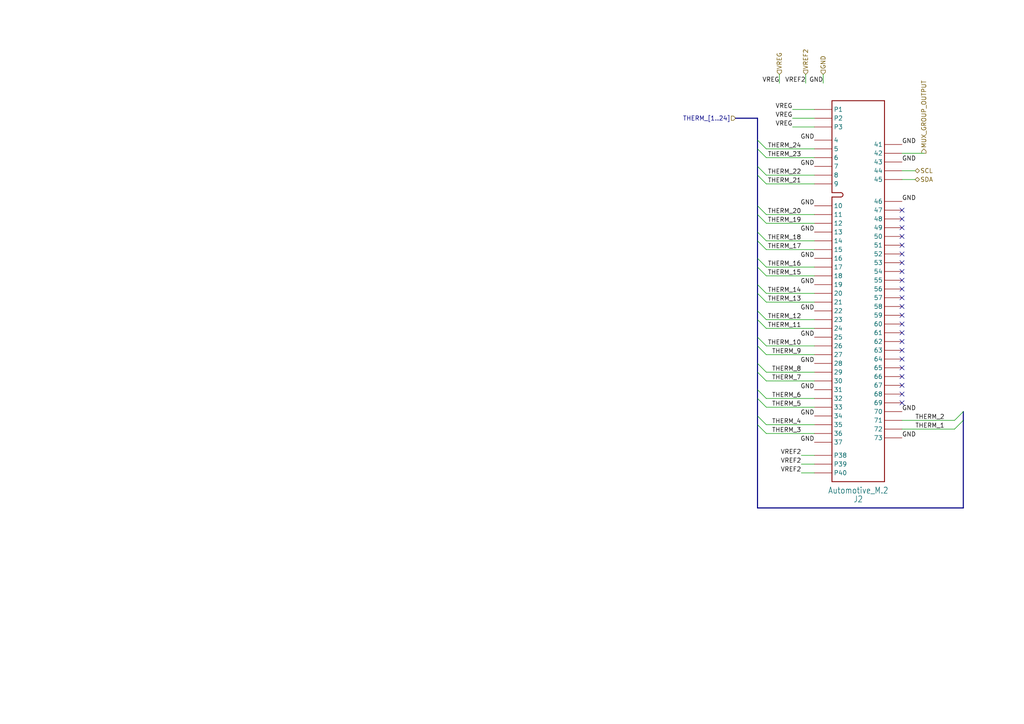
<source format=kicad_sch>
(kicad_sch (version 20230121) (generator eeschema)
  (paper "A4")
  (lib_symbols
    (symbol "OEM:Automotive_M.2"
      (property "Reference" "J?" (at 1.27 49.53 0))
      (property "Value" "Automotive_M.2" (at 7.62 45.72 0))
      (symbol "Automotive_M.2_0_1"
        (arc (start -5.0436 15.2415) (mid -4.4198 15.8765) (end -5.0436 16.5115) (stroke (width 0.25)))
        (polyline (pts (xy -7.62 15.24) (xy -5.08 15.24)) (stroke (width 0.25)))
        (polyline (pts (xy -7.62 16.51) (xy -5.08 16.51)) (stroke (width 0.25)))
        (polyline (pts (xy -7.62 43.18) (xy -7.62 16.51)) (stroke (width 0.25)))
        (polyline (pts (xy 7.62 -67.31) (xy -7.62 -67.31)) (stroke (width 0.25)))
      )
      (symbol "Automotive_M.2_1_0"
        (polyline (pts (xy -7.62 -67.31) (xy -7.62 15.24)) (stroke (width 0.254)))
        (polyline (pts (xy 7.62 43.18) (xy -7.62 43.18)) (stroke (width 0.254)))
        (polyline (pts (xy 7.62 43.18) (xy 7.62 -67.31)) (stroke (width 0.254)))
        (pin bidirectional line (at -12.7 12.7 0) (length 5.08) (name "10") (number "10"))
        (pin bidirectional line (at -12.7 10.16 0) (length 5.08) (name "11") (number "11"))
        (pin bidirectional line (at -12.7 7.62 0) (length 5.08) (name "12") (number "12"))
        (pin bidirectional line (at -12.7 5.08 0) (length 5.08) (name "13") (number "13"))
        (pin bidirectional line (at -12.7 2.54 0) (length 5.08) (name "14") (number "14"))
        (pin bidirectional line (at -12.7 0 0) (length 5.08) (name "15") (number "15"))
        (pin bidirectional line (at -12.7 -2.54 0) (length 5.08) (name "16") (number "16"))
        (pin bidirectional line (at -12.7 -5.08 0) (length 5.08) (name "17") (number "17"))
        (pin bidirectional line (at -12.7 -7.62 0) (length 5.08) (name "18") (number "18"))
        (pin bidirectional line (at -12.7 -10.16 0) (length 5.08) (name "19") (number "19"))
        (pin bidirectional line (at -12.7 -12.7 0) (length 5.08) (name "20") (number "20"))
        (pin bidirectional line (at -12.7 -15.24 0) (length 5.08) (name "21") (number "21"))
        (pin bidirectional line (at -12.7 -17.78 0) (length 5.08) (name "22") (number "22"))
        (pin bidirectional line (at -12.7 -20.32 0) (length 5.08) (name "23") (number "23"))
        (pin bidirectional line (at -12.7 -22.86 0) (length 5.08) (name "24") (number "24"))
        (pin bidirectional line (at -12.7 -25.4 0) (length 5.08) (name "25") (number "25"))
        (pin bidirectional line (at -12.7 -27.94 0) (length 5.08) (name "26") (number "26"))
        (pin bidirectional line (at -12.7 -30.48 0) (length 5.08) (name "27") (number "27"))
        (pin bidirectional line (at -12.7 -33.02 0) (length 5.08) (name "28") (number "28"))
        (pin bidirectional line (at -12.7 -35.56 0) (length 5.08) (name "29") (number "29"))
        (pin bidirectional line (at -12.7 -38.1 0) (length 5.08) (name "30") (number "30"))
        (pin bidirectional line (at -12.7 -40.64 0) (length 5.08) (name "31") (number "31"))
        (pin bidirectional line (at -12.7 -43.18 0) (length 5.08) (name "32") (number "32"))
        (pin bidirectional line (at -12.7 -45.72 0) (length 5.08) (name "33") (number "33"))
        (pin bidirectional line (at -12.7 -48.26 0) (length 5.08) (name "34") (number "34"))
        (pin bidirectional line (at -12.7 -50.8 0) (length 5.08) (name "35") (number "35"))
        (pin bidirectional line (at -12.7 -53.34 0) (length 5.08) (name "36") (number "36"))
        (pin bidirectional line (at -12.7 -55.88 0) (length 5.08) (name "37") (number "37"))
        (pin bidirectional line (at -12.7 31.75 0) (length 5.08) (name "4") (number "4"))
        (pin bidirectional line (at 12.7 30.48 180) (length 5.08) (name "41") (number "41"))
        (pin bidirectional line (at 12.7 27.94 180) (length 5.08) (name "42") (number "42"))
        (pin bidirectional line (at 12.7 25.4 180) (length 5.08) (name "43") (number "43"))
        (pin bidirectional line (at 12.7 22.86 180) (length 5.08) (name "44") (number "44"))
        (pin bidirectional line (at 12.7 20.32 180) (length 5.08) (name "45") (number "45"))
        (pin bidirectional line (at 12.7 13.97 180) (length 5.08) (name "46") (number "46"))
        (pin bidirectional line (at 12.7 11.43 180) (length 5.08) (name "47") (number "47"))
        (pin bidirectional line (at 12.7 8.89 180) (length 5.08) (name "48") (number "48"))
        (pin bidirectional line (at 12.7 6.35 180) (length 5.08) (name "49") (number "49"))
        (pin bidirectional line (at -12.7 29.21 0) (length 5.08) (name "5") (number "5"))
        (pin bidirectional line (at 12.7 3.81 180) (length 5.08) (name "50") (number "50"))
        (pin bidirectional line (at 12.7 1.27 180) (length 5.08) (name "51") (number "51"))
        (pin bidirectional line (at 12.7 -1.27 180) (length 5.08) (name "52") (number "52"))
        (pin bidirectional line (at 12.7 -3.81 180) (length 5.08) (name "53") (number "53"))
        (pin bidirectional line (at 12.7 -6.35 180) (length 5.08) (name "54") (number "54"))
        (pin bidirectional line (at 12.7 -8.89 180) (length 5.08) (name "55") (number "55"))
        (pin bidirectional line (at 12.7 -11.43 180) (length 5.08) (name "56") (number "56"))
        (pin bidirectional line (at 12.7 -13.97 180) (length 5.08) (name "57") (number "57"))
        (pin bidirectional line (at 12.7 -16.51 180) (length 5.08) (name "58") (number "58"))
        (pin bidirectional line (at 12.7 -19.05 180) (length 5.08) (name "59") (number "59"))
        (pin bidirectional line (at -12.7 26.67 0) (length 5.08) (name "6") (number "6"))
        (pin bidirectional line (at 12.7 -21.59 180) (length 5.08) (name "60") (number "60"))
        (pin bidirectional line (at 12.7 -24.13 180) (length 5.08) (name "61") (number "61"))
        (pin bidirectional line (at 12.7 -26.67 180) (length 5.08) (name "62") (number "62"))
        (pin bidirectional line (at 12.7 -29.21 180) (length 5.08) (name "63") (number "63"))
        (pin bidirectional line (at 12.7 -31.75 180) (length 5.08) (name "64") (number "64"))
        (pin bidirectional line (at 12.7 -34.29 180) (length 5.08) (name "65") (number "65"))
        (pin bidirectional line (at 12.7 -36.83 180) (length 5.08) (name "66") (number "66"))
        (pin bidirectional line (at 12.7 -39.37 180) (length 5.08) (name "67") (number "67"))
        (pin bidirectional line (at 12.7 -41.91 180) (length 5.08) (name "68") (number "68"))
        (pin bidirectional line (at 12.7 -44.45 180) (length 5.08) (name "69") (number "69"))
        (pin bidirectional line (at -12.7 24.13 0) (length 5.08) (name "7") (number "7"))
        (pin bidirectional line (at 12.7 -46.99 180) (length 5.08) (name "70") (number "70"))
        (pin bidirectional line (at 12.7 -49.53 180) (length 5.08) (name "71") (number "71"))
        (pin bidirectional line (at 12.7 -52.07 180) (length 5.08) (name "72") (number "72"))
        (pin bidirectional line (at 12.7 -54.61 180) (length 5.08) (name "73") (number "73"))
        (pin bidirectional line (at -12.7 21.59 0) (length 5.08) (name "8") (number "8"))
        (pin bidirectional line (at -12.7 19.05 0) (length 5.08) (name "9") (number "9"))
        (pin bidirectional line (at -12.7 40.64 0) (length 5.08) (name "P1") (number "P1"))
        (pin bidirectional line (at -12.7 38.1 0) (length 5.08) (name "P2") (number "P2"))
        (pin bidirectional line (at -12.7 35.56 0) (length 5.08) (name "P3") (number "P3"))
        (pin bidirectional line (at -12.7 -59.69 0) (length 5.08) (name "P38") (number "P38"))
        (pin bidirectional line (at -12.7 -62.23 0) (length 5.08) (name "P39") (number "P39"))
        (pin bidirectional line (at -12.7 -64.77 0) (length 5.08) (name "P40") (number "P40"))
      )
    )
  )
  (no_connect (at 261.62 104.14))
  (no_connect (at 261.62 106.68))
  (no_connect (at 261.62 81.28))
  (no_connect (at 261.62 76.2))
  (no_connect (at 261.62 111.76))
  (no_connect (at 261.62 83.82))
  (no_connect (at 261.62 71.12))
  (no_connect (at 261.62 91.44))
  (no_connect (at 261.62 68.58))
  (no_connect (at 261.62 66.04))
  (no_connect (at 261.62 93.98))
  (no_connect (at 261.62 96.52))
  (no_connect (at 261.62 60.96))
  (no_connect (at 261.62 63.5))
  (no_connect (at 261.62 88.9))
  (no_connect (at 261.62 99.06))
  (no_connect (at 261.62 101.6))
  (no_connect (at 261.62 78.74))
  (no_connect (at 261.62 109.22))
  (no_connect (at 261.62 73.66))
  (no_connect (at 261.62 116.84))
  (no_connect (at 261.62 114.3))
  (no_connect (at 261.62 86.36))
  (bus_entry (at 219.71 48.26) (size 2.54 2.54))
  (bus_entry (at 219.71 97.79) (size 2.54 2.54))
  (bus_entry (at 219.71 92.71) (size 2.54 2.54))
  (bus_entry (at 219.71 113.03) (size 2.54 2.54))
  (bus_entry (at 219.71 43.18) (size 2.54 2.54))
  (bus_entry (at 219.71 115.57) (size 2.54 2.54))
  (bus_entry (at 279.4 119.38) (size -2.54 2.54))
  (bus_entry (at 219.71 82.55) (size 2.54 2.54))
  (bus_entry (at 219.71 120.65) (size 2.54 2.54))
  (bus_entry (at 219.71 40.64) (size 2.54 2.54))
  (bus_entry (at 219.71 123.19) (size 2.54 2.54))
  (bus_entry (at 219.71 90.17) (size 2.54 2.54))
  (bus_entry (at 219.71 50.8) (size 2.54 2.54))
  (bus_entry (at 219.71 67.31) (size 2.54 2.54))
  (bus_entry (at 219.71 77.47) (size 2.54 2.54))
  (bus_entry (at 219.71 107.95) (size 2.54 2.54))
  (bus_entry (at 279.4 121.92) (size -2.54 2.54))
  (bus_entry (at 219.71 105.41) (size 2.54 2.54))
  (bus_entry (at 219.71 69.85) (size 2.54 2.54))
  (bus_entry (at 219.71 85.09) (size 2.54 2.54))
  (bus_entry (at 219.71 100.33) (size 2.54 2.54))
  (bus_entry (at 219.71 74.93) (size 2.54 2.54))
  (bus_entry (at 219.71 62.23) (size 2.54 2.54))
  (bus_entry (at 219.71 59.69) (size 2.54 2.54))
  (bus (pts (xy 279.4 121.92) (xy 279.4 147.32)))
  (wire (pts (xy 222.25 69.85) (xy 236.22 69.85)))
  (wire (pts (xy 222.25 45.72) (xy 236.22 45.72)))
  (bus (pts (xy 279.4 119.38) (xy 279.4 121.92)))
  (wire (pts (xy 222.25 62.23) (xy 236.22 62.23)))
  (wire (pts (xy 267.97 44.45) (xy 261.62 44.45)))
  (wire (pts (xy 222.25 110.49) (xy 236.22 110.49)))
  (wire (pts (xy 222.25 53.34) (xy 236.22 53.34)))
  (bus (pts (xy 219.71 82.55) (xy 219.71 85.09)))
  (wire (pts (xy 222.25 43.18) (xy 236.22 43.18)))
  (bus (pts (xy 219.71 115.57) (xy 219.71 120.65)))
  (bus (pts (xy 219.71 97.79) (xy 219.71 100.33)))
  (bus (pts (xy 219.71 67.31) (xy 219.71 69.85)))
  (wire (pts (xy 261.62 52.07) (xy 265.43 52.07)))
  (wire (pts (xy 222.25 107.95) (xy 236.22 107.95)))
  (wire (pts (xy 229.87 34.29) (xy 236.22 34.29)))
  (wire (pts (xy 222.25 123.19) (xy 236.22 123.19)))
  (bus (pts (xy 219.71 77.47) (xy 219.71 82.55)))
  (wire (pts (xy 238.76 21.59) (xy 238.76 24.13)))
  (bus (pts (xy 219.71 107.95) (xy 219.71 113.03)))
  (bus (pts (xy 219.71 50.8) (xy 219.71 59.69)))
  (bus (pts (xy 219.71 120.65) (xy 219.71 123.19)))
  (bus (pts (xy 219.71 34.29) (xy 219.71 40.64)))
  (wire (pts (xy 222.25 100.33) (xy 236.22 100.33)))
  (wire (pts (xy 222.25 77.47) (xy 236.22 77.47)))
  (bus (pts (xy 219.71 74.93) (xy 219.71 77.47)))
  (wire (pts (xy 222.25 95.25) (xy 236.22 95.25)))
  (wire (pts (xy 226.06 21.59) (xy 226.06 24.13)))
  (wire (pts (xy 222.25 118.11) (xy 236.22 118.11)))
  (wire (pts (xy 229.87 36.83) (xy 236.22 36.83)))
  (bus (pts (xy 219.71 59.69) (xy 219.71 62.23)))
  (bus (pts (xy 219.71 123.19) (xy 219.71 147.32)))
  (wire (pts (xy 261.62 124.46) (xy 276.86 124.46)))
  (bus (pts (xy 219.71 43.18) (xy 219.71 48.26)))
  (bus (pts (xy 219.71 100.33) (xy 219.71 105.41)))
  (wire (pts (xy 232.41 134.62) (xy 236.22 134.62)))
  (bus (pts (xy 219.71 85.09) (xy 219.71 90.17)))
  (bus (pts (xy 219.71 92.71) (xy 219.71 97.79)))
  (wire (pts (xy 222.25 87.63) (xy 236.22 87.63)))
  (wire (pts (xy 222.25 115.57) (xy 236.22 115.57)))
  (bus (pts (xy 219.71 69.85) (xy 219.71 74.93)))
  (bus (pts (xy 219.71 40.64) (xy 219.71 43.18)))
  (wire (pts (xy 222.25 85.09) (xy 236.22 85.09)))
  (wire (pts (xy 222.25 72.39) (xy 236.22 72.39)))
  (bus (pts (xy 219.71 113.03) (xy 219.71 115.57)))
  (wire (pts (xy 222.25 50.8) (xy 236.22 50.8)))
  (wire (pts (xy 233.68 21.59) (xy 233.68 24.13)))
  (bus (pts (xy 219.71 34.29) (xy 213.36 34.29)))
  (wire (pts (xy 261.62 49.53) (xy 265.43 49.53)))
  (wire (pts (xy 222.25 80.01) (xy 236.22 80.01)))
  (wire (pts (xy 261.62 121.92) (xy 276.86 121.92)))
  (bus (pts (xy 219.71 62.23) (xy 219.71 67.31)))
  (wire (pts (xy 232.41 137.16) (xy 236.22 137.16)))
  (bus (pts (xy 219.71 90.17) (xy 219.71 92.71)))
  (wire (pts (xy 222.25 102.87) (xy 236.22 102.87)))
  (wire (pts (xy 222.25 92.71) (xy 236.22 92.71)))
  (wire (pts (xy 229.87 31.75) (xy 236.22 31.75)))
  (wire (pts (xy 222.25 64.77) (xy 236.22 64.77)))
  (wire (pts (xy 232.41 132.08) (xy 236.22 132.08)))
  (bus (pts (xy 279.4 147.32) (xy 219.71 147.32)))
  (bus (pts (xy 219.71 105.41) (xy 219.71 107.95)))
  (bus (pts (xy 219.71 48.26) (xy 219.71 50.8)))
  (wire (pts (xy 222.25 125.73) (xy 236.22 125.73)))
  (label "GND" (at 236.22 74.93 180))
  (label "THERM_19" (at 232.41 64.77 180))
  (label "VREF2" (at 232.41 137.16 180))
  (label "GND" (at 236.22 97.79 180))
  (label "THERM_18" (at 232.41 69.85 180))
  (label "THERM_12" (at 232.41 92.71 180))
  (label "GND" (at 236.22 105.41 180))
  (label "GND" (at 238.76 24.13 180))
  (label "GND" (at 236.22 48.26 180))
  (label "VREG" (at 226.06 24.13 180))
  (label "GND" (at 236.22 67.31 180))
  (label "THERM_16" (at 232.41 77.47 180))
  (label "THERM_23" (at 232.41 45.72 180))
  (label "THERM_9" (at 232.41 102.87 180))
  (label "THERM_20" (at 232.41 62.23 180))
  (label "THERM_8" (at 232.41 107.95 180))
  (label "THERM_24" (at 232.41 43.18 180))
  (label "THERM_3" (at 232.41 125.73 180))
  (label "VREG" (at 229.87 34.29 180))
  (label "GND" (at 261.62 127 0))
  (label "GND" (at 261.62 119.38 0))
  (label "THERM_6" (at 232.41 115.57 180))
  (label "THERM_15" (at 232.41 80.01 180))
  (label "THERM_10" (at 232.41 100.33 180))
  (label "THERM_1" (at 265.43 124.46 0))
  (label "THERM_17" (at 232.41 72.39 180))
  (label "THERM_14" (at 232.41 85.09 180))
  (label "GND" (at 236.22 113.03 180))
  (label "VREF2" (at 232.41 134.62 180))
  (label "GND" (at 236.22 40.64 180))
  (label "VREF2" (at 233.68 24.13 180))
  (label "VREF2" (at 232.41 132.08 180))
  (label "GND" (at 236.22 120.65 180))
  (label "GND" (at 236.22 90.17 180))
  (label "GND" (at 236.22 82.55 180))
  (label "THERM_7" (at 232.41 110.49 180))
  (label "VREG" (at 229.87 36.83 180))
  (label "THERM_2" (at 265.43 121.92 0))
  (label "THERM_5" (at 232.41 118.11 180))
  (label "THERM_13" (at 232.41 87.63 180))
  (label "THERM_11" (at 232.41 95.25 180))
  (label "GND" (at 261.62 46.99 0))
  (label "GND" (at 261.62 41.91 0))
  (label "VREG" (at 229.87 31.75 180))
  (label "THERM_4" (at 232.41 123.19 180))
  (label "THERM_21" (at 232.41 53.34 180))
  (label "THERM_22" (at 232.41 50.8 180))
  (label "GND" (at 236.22 128.27 180))
  (label "GND" (at 236.22 59.69 180))
  (label "GND" (at 261.62 58.42 0))
  (hierarchical_label "SDA" (shape bidirectional) (at 265.43 52.07 0))
  (hierarchical_label "MUX_GROUP_OUTPUT" (shape output) (at 267.97 44.45 90))
  (hierarchical_label "VREG" (shape input) (at 226.06 21.59 90))
  (hierarchical_label "VREF2" (shape input) (at 233.68 21.59 90))
  (hierarchical_label "SCL" (shape bidirectional) (at 265.43 49.53 0))
  (hierarchical_label "THERM_[1..24]" (shape input) (at 213.36 34.29 180))
  (hierarchical_label "GND" (shape input) (at 238.76 21.59 90))
  (symbol (lib_id "OEM:Automotive_M.2") (at 248.92 72.39 0) (unit 1)
    (property "Reference" "J2" (at 248.92 144.78 0) (effects (font (size 1.778 1.5113))))
    (property "Value" "Automotive_M.2" (at 248.92 142.24 0) (effects (font (size 1.778 1.5113))))
    (property "Footprint" "OEM:MKVI_DA_Module" (effects hide))
    (property "Datasheet" "https://www.mouser.com/catalog/specsheets/Yamaichi_04142021_CNU027S-067-2001-VE_DataSheet_Ver_A.pdf" (effects hide))
    (property "MPN" "CNU027S-067-2001-VE" (effects hide))
    (property "MFN" "Yamaichi Electronics" (effects hide))
    (property "DKPN" "MOUSER:945-CNU027S0672001VE" (effects hide))
    (property "NewDesigns" "YES" (effects hide))
    (property "Stocked" "Tape" (effects hide))
    (property "Package" "Custom" (effects hide))
    (property "Style" "SMD" (effects hide))
    (instances (project "thermistors" (path "" (reference "J2") (unit 1)) (path "" (reference "J3") (unit 1)) (path "" (reference "J4") (unit 1)) (path "" (reference "J5") (unit 1))))
  )
)
</source>
